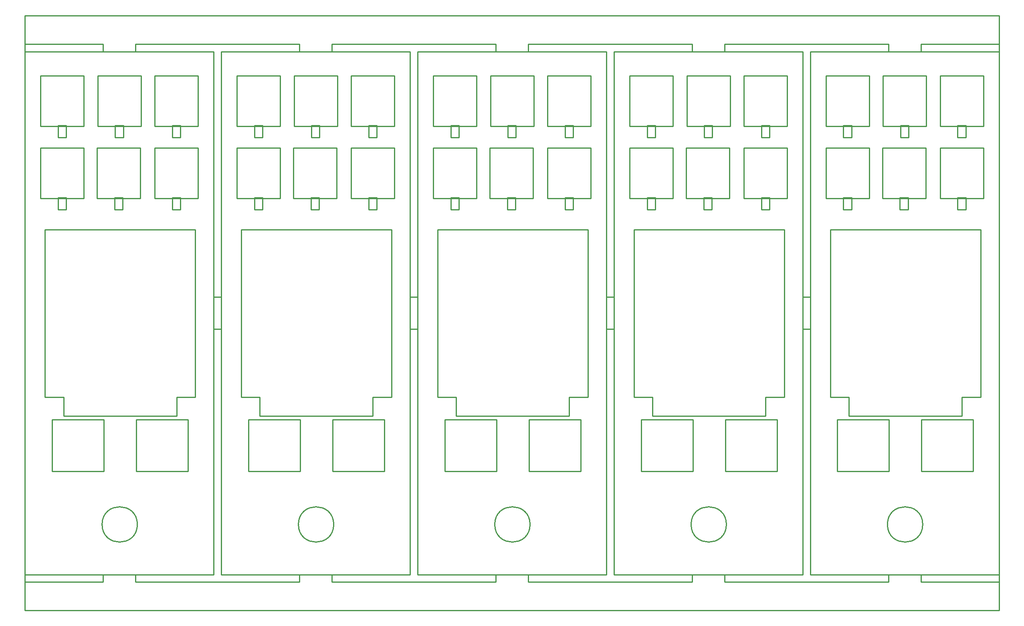
<source format=gko>
G04 Layer: BoardOutlineLayer*
G04 EasyEDA v6.5.29, 2023-07-19 20:11:26*
G04 d82c07e130dc4937808a739b57af0cf3,5a6b42c53f6a479593ecc07194224c93,10*
G04 Gerber Generator version 0.2*
G04 Scale: 100 percent, Rotated: No, Reflected: No *
G04 Dimensions in millimeters *
G04 leading zeros omitted , absolute positions ,4 integer and 5 decimal *
%FSLAX45Y45*%
%MOMM*%

%ADD10C,0.2540*%
D10*
X38100Y11938000D02*
G01*
X4025900Y11938000D01*
X4025900Y889000D01*
X38100Y889000D01*
X38100Y11938000D01*
G75*
G01*
X1666494Y1946885D02*
G02*
X2411893Y1946885I372699J0D01*
G75*
G01*
X2411893Y1946885D02*
G02*
X1666494Y1946885I-372700J0D01*
X1666493Y1946884D02*
G01*
X1666493Y1946884D01*
X736600Y10375900D02*
G01*
X736600Y10121900D01*
X736600Y10121900D02*
G01*
X908050Y10121900D01*
X908050Y10121900D02*
G01*
X908050Y10375900D01*
X908050Y10375900D02*
G01*
X736600Y10375900D01*
X368300Y11423650D02*
G01*
X368300Y10363200D01*
X368300Y10363200D02*
G01*
X1282700Y10363200D01*
X1282700Y10363200D02*
G01*
X1282700Y11423650D01*
X1282700Y11423650D02*
G01*
X368300Y11423650D01*
X1574800Y11423650D02*
G01*
X1574800Y10363200D01*
X1574800Y10363200D02*
G01*
X2489200Y10363200D01*
X2489200Y10363200D02*
G01*
X2489200Y11423650D01*
X2489200Y11423650D02*
G01*
X1574800Y11423650D01*
X1943100Y10375900D02*
G01*
X1943100Y10121900D01*
X1943100Y10121900D02*
G01*
X2114550Y10121900D01*
X2114550Y10121900D02*
G01*
X2114550Y10375900D01*
X2114550Y10375900D02*
G01*
X1943100Y10375900D01*
X2781300Y11423650D02*
G01*
X2781300Y10363200D01*
X2781300Y10363200D02*
G01*
X3695700Y10363200D01*
X3695700Y10363200D02*
G01*
X3695700Y11423650D01*
X3695700Y11423650D02*
G01*
X2781300Y11423650D01*
X3149600Y10375900D02*
G01*
X3149600Y10121900D01*
X3149600Y10121900D02*
G01*
X3321050Y10121900D01*
X3321050Y10121900D02*
G01*
X3321050Y10375900D01*
X3321050Y10375900D02*
G01*
X3149600Y10375900D01*
X368300Y9899650D02*
G01*
X368300Y8839200D01*
X368300Y8839200D02*
G01*
X1282700Y8839200D01*
X1282700Y8839200D02*
G01*
X1282700Y9899650D01*
X1282700Y9899650D02*
G01*
X368300Y9899650D01*
X736600Y8851900D02*
G01*
X736600Y8597900D01*
X736600Y8597900D02*
G01*
X908050Y8597900D01*
X908050Y8597900D02*
G01*
X908050Y8851900D01*
X908050Y8851900D02*
G01*
X736600Y8851900D01*
X1562100Y9899650D02*
G01*
X1562100Y8839200D01*
X1562100Y8839200D02*
G01*
X2476500Y8839200D01*
X2476500Y8839200D02*
G01*
X2476500Y9899650D01*
X2476500Y9899650D02*
G01*
X1562100Y9899650D01*
X1930400Y8851900D02*
G01*
X1930400Y8597900D01*
X1930400Y8597900D02*
G01*
X2101850Y8597900D01*
X2101850Y8597900D02*
G01*
X2101850Y8851900D01*
X2101850Y8851900D02*
G01*
X1930400Y8851900D01*
X3149600Y8851900D02*
G01*
X3149600Y8597900D01*
X3149600Y8597900D02*
G01*
X3321050Y8597900D01*
X3321050Y8597900D02*
G01*
X3321050Y8851900D01*
X3321050Y8851900D02*
G01*
X3149600Y8851900D01*
X2781300Y9899650D02*
G01*
X2781300Y8839200D01*
X2781300Y8839200D02*
G01*
X3695700Y8839200D01*
X3695700Y8839200D02*
G01*
X3695700Y9899650D01*
X3695700Y9899650D02*
G01*
X2781300Y9899650D01*
X459308Y8175015D02*
G01*
X459308Y4631715D01*
X459308Y4631715D02*
G01*
X853008Y4631715D01*
X853008Y4631715D02*
G01*
X853008Y4238015D01*
X853008Y4238015D02*
G01*
X3240608Y4238015D01*
X3240608Y4238015D02*
G01*
X3240608Y4631715D01*
X3240608Y4631715D02*
G01*
X3634308Y4631715D01*
X3634308Y4631715D02*
G01*
X3634308Y8175015D01*
X3634308Y8175015D02*
G01*
X459308Y8175015D01*
X609600Y4165600D02*
G01*
X609600Y3073400D01*
X609600Y3073400D02*
G01*
X1701800Y3073400D01*
X1701800Y3073400D02*
G01*
X1701800Y4165600D01*
X1701800Y4165600D02*
G01*
X609600Y4165600D01*
X2387600Y4165600D02*
G01*
X2387600Y3073400D01*
X2387600Y3073400D02*
G01*
X3479800Y3073400D01*
X3479800Y3073400D02*
G01*
X3479800Y4165600D01*
X3479800Y4165600D02*
G01*
X2387600Y4165600D01*
X4185899Y11938000D02*
G01*
X8173699Y11938000D01*
X8173699Y889000D01*
X4185899Y889000D01*
X4185899Y11938000D01*
G75*
G01*
X5814294Y1946885D02*
G02*
X6559692Y1946885I372699J0D01*
G75*
G01*
X6559692Y1946885D02*
G02*
X5814294Y1946885I-372699J0D01*
X5814293Y1946884D02*
G01*
X5814293Y1946884D01*
X4884399Y10375900D02*
G01*
X4884399Y10121900D01*
X4884399Y10121900D02*
G01*
X5055849Y10121900D01*
X5055849Y10121900D02*
G01*
X5055849Y10375900D01*
X5055849Y10375900D02*
G01*
X4884399Y10375900D01*
X4516099Y11423650D02*
G01*
X4516099Y10363200D01*
X4516099Y10363200D02*
G01*
X5430499Y10363200D01*
X5430499Y10363200D02*
G01*
X5430499Y11423650D01*
X5430499Y11423650D02*
G01*
X4516099Y11423650D01*
X5722599Y11423650D02*
G01*
X5722599Y10363200D01*
X5722599Y10363200D02*
G01*
X6636999Y10363200D01*
X6636999Y10363200D02*
G01*
X6636999Y11423650D01*
X6636999Y11423650D02*
G01*
X5722599Y11423650D01*
X6090899Y10375900D02*
G01*
X6090899Y10121900D01*
X6090899Y10121900D02*
G01*
X6262349Y10121900D01*
X6262349Y10121900D02*
G01*
X6262349Y10375900D01*
X6262349Y10375900D02*
G01*
X6090899Y10375900D01*
X6929099Y11423650D02*
G01*
X6929099Y10363200D01*
X6929099Y10363200D02*
G01*
X7843499Y10363200D01*
X7843499Y10363200D02*
G01*
X7843499Y11423650D01*
X7843499Y11423650D02*
G01*
X6929099Y11423650D01*
X7297399Y10375900D02*
G01*
X7297399Y10121900D01*
X7297399Y10121900D02*
G01*
X7468849Y10121900D01*
X7468849Y10121900D02*
G01*
X7468849Y10375900D01*
X7468849Y10375900D02*
G01*
X7297399Y10375900D01*
X4516099Y9899650D02*
G01*
X4516099Y8839200D01*
X4516099Y8839200D02*
G01*
X5430499Y8839200D01*
X5430499Y8839200D02*
G01*
X5430499Y9899650D01*
X5430499Y9899650D02*
G01*
X4516099Y9899650D01*
X4884399Y8851900D02*
G01*
X4884399Y8597900D01*
X4884399Y8597900D02*
G01*
X5055849Y8597900D01*
X5055849Y8597900D02*
G01*
X5055849Y8851900D01*
X5055849Y8851900D02*
G01*
X4884399Y8851900D01*
X5709899Y9899650D02*
G01*
X5709899Y8839200D01*
X5709899Y8839200D02*
G01*
X6624299Y8839200D01*
X6624299Y8839200D02*
G01*
X6624299Y9899650D01*
X6624299Y9899650D02*
G01*
X5709899Y9899650D01*
X6078199Y8851900D02*
G01*
X6078199Y8597900D01*
X6078199Y8597900D02*
G01*
X6249649Y8597900D01*
X6249649Y8597900D02*
G01*
X6249649Y8851900D01*
X6249649Y8851900D02*
G01*
X6078199Y8851900D01*
X7297399Y8851900D02*
G01*
X7297399Y8597900D01*
X7297399Y8597900D02*
G01*
X7468849Y8597900D01*
X7468849Y8597900D02*
G01*
X7468849Y8851900D01*
X7468849Y8851900D02*
G01*
X7297399Y8851900D01*
X6929099Y9899650D02*
G01*
X6929099Y8839200D01*
X6929099Y8839200D02*
G01*
X7843499Y8839200D01*
X7843499Y8839200D02*
G01*
X7843499Y9899650D01*
X7843499Y9899650D02*
G01*
X6929099Y9899650D01*
X4607107Y8175015D02*
G01*
X4607107Y4631715D01*
X4607107Y4631715D02*
G01*
X5000807Y4631715D01*
X5000807Y4631715D02*
G01*
X5000807Y4238015D01*
X5000807Y4238015D02*
G01*
X7388407Y4238015D01*
X7388407Y4238015D02*
G01*
X7388407Y4631715D01*
X7388407Y4631715D02*
G01*
X7782107Y4631715D01*
X7782107Y4631715D02*
G01*
X7782107Y8175015D01*
X7782107Y8175015D02*
G01*
X4607107Y8175015D01*
X4757399Y4165600D02*
G01*
X4757399Y3073400D01*
X4757399Y3073400D02*
G01*
X5849599Y3073400D01*
X5849599Y3073400D02*
G01*
X5849599Y4165600D01*
X5849599Y4165600D02*
G01*
X4757399Y4165600D01*
X6535399Y4165600D02*
G01*
X6535399Y3073400D01*
X6535399Y3073400D02*
G01*
X7627599Y3073400D01*
X7627599Y3073400D02*
G01*
X7627599Y4165600D01*
X7627599Y4165600D02*
G01*
X6535399Y4165600D01*
X8333699Y11938000D02*
G01*
X12321499Y11938000D01*
X12321499Y889000D01*
X8333699Y889000D01*
X8333699Y11938000D01*
G75*
G01*
X9962093Y1946885D02*
G02*
X10707492Y1946885I372700J0D01*
G75*
G01*
X10707492Y1946885D02*
G02*
X9962093Y1946885I-372699J0D01*
X9962093Y1946884D02*
G01*
X9962093Y1946884D01*
X9032199Y10375900D02*
G01*
X9032199Y10121900D01*
X9032199Y10121900D02*
G01*
X9203649Y10121900D01*
X9203649Y10121900D02*
G01*
X9203649Y10375900D01*
X9203649Y10375900D02*
G01*
X9032199Y10375900D01*
X8663899Y11423650D02*
G01*
X8663899Y10363200D01*
X8663899Y10363200D02*
G01*
X9578299Y10363200D01*
X9578299Y10363200D02*
G01*
X9578299Y11423650D01*
X9578299Y11423650D02*
G01*
X8663899Y11423650D01*
X9870399Y11423650D02*
G01*
X9870399Y10363200D01*
X9870399Y10363200D02*
G01*
X10784799Y10363200D01*
X10784799Y10363200D02*
G01*
X10784799Y11423650D01*
X10784799Y11423650D02*
G01*
X9870399Y11423650D01*
X10238699Y10375900D02*
G01*
X10238699Y10121900D01*
X10238699Y10121900D02*
G01*
X10410149Y10121900D01*
X10410149Y10121900D02*
G01*
X10410149Y10375900D01*
X10410149Y10375900D02*
G01*
X10238699Y10375900D01*
X11076899Y11423650D02*
G01*
X11076899Y10363200D01*
X11076899Y10363200D02*
G01*
X11991299Y10363200D01*
X11991299Y10363200D02*
G01*
X11991299Y11423650D01*
X11991299Y11423650D02*
G01*
X11076899Y11423650D01*
X11445199Y10375900D02*
G01*
X11445199Y10121900D01*
X11445199Y10121900D02*
G01*
X11616649Y10121900D01*
X11616649Y10121900D02*
G01*
X11616649Y10375900D01*
X11616649Y10375900D02*
G01*
X11445199Y10375900D01*
X8663899Y9899650D02*
G01*
X8663899Y8839200D01*
X8663899Y8839200D02*
G01*
X9578299Y8839200D01*
X9578299Y8839200D02*
G01*
X9578299Y9899650D01*
X9578299Y9899650D02*
G01*
X8663899Y9899650D01*
X9032199Y8851900D02*
G01*
X9032199Y8597900D01*
X9032199Y8597900D02*
G01*
X9203649Y8597900D01*
X9203649Y8597900D02*
G01*
X9203649Y8851900D01*
X9203649Y8851900D02*
G01*
X9032199Y8851900D01*
X9857699Y9899650D02*
G01*
X9857699Y8839200D01*
X9857699Y8839200D02*
G01*
X10772099Y8839200D01*
X10772099Y8839200D02*
G01*
X10772099Y9899650D01*
X10772099Y9899650D02*
G01*
X9857699Y9899650D01*
X10225999Y8851900D02*
G01*
X10225999Y8597900D01*
X10225999Y8597900D02*
G01*
X10397449Y8597900D01*
X10397449Y8597900D02*
G01*
X10397449Y8851900D01*
X10397449Y8851900D02*
G01*
X10225999Y8851900D01*
X11445199Y8851900D02*
G01*
X11445199Y8597900D01*
X11445199Y8597900D02*
G01*
X11616649Y8597900D01*
X11616649Y8597900D02*
G01*
X11616649Y8851900D01*
X11616649Y8851900D02*
G01*
X11445199Y8851900D01*
X11076899Y9899650D02*
G01*
X11076899Y8839200D01*
X11076899Y8839200D02*
G01*
X11991299Y8839200D01*
X11991299Y8839200D02*
G01*
X11991299Y9899650D01*
X11991299Y9899650D02*
G01*
X11076899Y9899650D01*
X8754907Y8175015D02*
G01*
X8754907Y4631715D01*
X8754907Y4631715D02*
G01*
X9148607Y4631715D01*
X9148607Y4631715D02*
G01*
X9148607Y4238015D01*
X9148607Y4238015D02*
G01*
X11536207Y4238015D01*
X11536207Y4238015D02*
G01*
X11536207Y4631715D01*
X11536207Y4631715D02*
G01*
X11929907Y4631715D01*
X11929907Y4631715D02*
G01*
X11929907Y8175015D01*
X11929907Y8175015D02*
G01*
X8754907Y8175015D01*
X8905199Y4165600D02*
G01*
X8905199Y3073400D01*
X8905199Y3073400D02*
G01*
X9997399Y3073400D01*
X9997399Y3073400D02*
G01*
X9997399Y4165600D01*
X9997399Y4165600D02*
G01*
X8905199Y4165600D01*
X10683199Y4165600D02*
G01*
X10683199Y3073400D01*
X10683199Y3073400D02*
G01*
X11775399Y3073400D01*
X11775399Y3073400D02*
G01*
X11775399Y4165600D01*
X11775399Y4165600D02*
G01*
X10683199Y4165600D01*
X12481499Y11938000D02*
G01*
X16469299Y11938000D01*
X16469299Y889000D01*
X12481499Y889000D01*
X12481499Y11938000D01*
G75*
G01*
X14109893Y1946885D02*
G02*
X14855292Y1946885I372699J0D01*
G75*
G01*
X14855292Y1946885D02*
G02*
X14109893Y1946885I-372700J0D01*
X14109893Y1946884D02*
G01*
X14109893Y1946884D01*
X13179999Y10375900D02*
G01*
X13179999Y10121900D01*
X13179999Y10121900D02*
G01*
X13351449Y10121900D01*
X13351449Y10121900D02*
G01*
X13351449Y10375900D01*
X13351449Y10375900D02*
G01*
X13179999Y10375900D01*
X12811699Y11423650D02*
G01*
X12811699Y10363200D01*
X12811699Y10363200D02*
G01*
X13726099Y10363200D01*
X13726099Y10363200D02*
G01*
X13726099Y11423650D01*
X13726099Y11423650D02*
G01*
X12811699Y11423650D01*
X14018199Y11423650D02*
G01*
X14018199Y10363200D01*
X14018199Y10363200D02*
G01*
X14932599Y10363200D01*
X14932599Y10363200D02*
G01*
X14932599Y11423650D01*
X14932599Y11423650D02*
G01*
X14018199Y11423650D01*
X14386499Y10375900D02*
G01*
X14386499Y10121900D01*
X14386499Y10121900D02*
G01*
X14557949Y10121900D01*
X14557949Y10121900D02*
G01*
X14557949Y10375900D01*
X14557949Y10375900D02*
G01*
X14386499Y10375900D01*
X15224699Y11423650D02*
G01*
X15224699Y10363200D01*
X15224699Y10363200D02*
G01*
X16139099Y10363200D01*
X16139099Y10363200D02*
G01*
X16139099Y11423650D01*
X16139099Y11423650D02*
G01*
X15224699Y11423650D01*
X15592999Y10375900D02*
G01*
X15592999Y10121900D01*
X15592999Y10121900D02*
G01*
X15764449Y10121900D01*
X15764449Y10121900D02*
G01*
X15764449Y10375900D01*
X15764449Y10375900D02*
G01*
X15592999Y10375900D01*
X12811699Y9899650D02*
G01*
X12811699Y8839200D01*
X12811699Y8839200D02*
G01*
X13726099Y8839200D01*
X13726099Y8839200D02*
G01*
X13726099Y9899650D01*
X13726099Y9899650D02*
G01*
X12811699Y9899650D01*
X13179999Y8851900D02*
G01*
X13179999Y8597900D01*
X13179999Y8597900D02*
G01*
X13351449Y8597900D01*
X13351449Y8597900D02*
G01*
X13351449Y8851900D01*
X13351449Y8851900D02*
G01*
X13179999Y8851900D01*
X14005499Y9899650D02*
G01*
X14005499Y8839200D01*
X14005499Y8839200D02*
G01*
X14919899Y8839200D01*
X14919899Y8839200D02*
G01*
X14919899Y9899650D01*
X14919899Y9899650D02*
G01*
X14005499Y9899650D01*
X14373799Y8851900D02*
G01*
X14373799Y8597900D01*
X14373799Y8597900D02*
G01*
X14545249Y8597900D01*
X14545249Y8597900D02*
G01*
X14545249Y8851900D01*
X14545249Y8851900D02*
G01*
X14373799Y8851900D01*
X15592999Y8851900D02*
G01*
X15592999Y8597900D01*
X15592999Y8597900D02*
G01*
X15764449Y8597900D01*
X15764449Y8597900D02*
G01*
X15764449Y8851900D01*
X15764449Y8851900D02*
G01*
X15592999Y8851900D01*
X15224699Y9899650D02*
G01*
X15224699Y8839200D01*
X15224699Y8839200D02*
G01*
X16139099Y8839200D01*
X16139099Y8839200D02*
G01*
X16139099Y9899650D01*
X16139099Y9899650D02*
G01*
X15224699Y9899650D01*
X12902707Y8175015D02*
G01*
X12902707Y4631715D01*
X12902707Y4631715D02*
G01*
X13296407Y4631715D01*
X13296407Y4631715D02*
G01*
X13296407Y4238015D01*
X13296407Y4238015D02*
G01*
X15684007Y4238015D01*
X15684007Y4238015D02*
G01*
X15684007Y4631715D01*
X15684007Y4631715D02*
G01*
X16077707Y4631715D01*
X16077707Y4631715D02*
G01*
X16077707Y8175015D01*
X16077707Y8175015D02*
G01*
X12902707Y8175015D01*
X13052999Y4165600D02*
G01*
X13052999Y3073400D01*
X13052999Y3073400D02*
G01*
X14145199Y3073400D01*
X14145199Y3073400D02*
G01*
X14145199Y4165600D01*
X14145199Y4165600D02*
G01*
X13052999Y4165600D01*
X14830999Y4165600D02*
G01*
X14830999Y3073400D01*
X14830999Y3073400D02*
G01*
X15923199Y3073400D01*
X15923199Y3073400D02*
G01*
X15923199Y4165600D01*
X15923199Y4165600D02*
G01*
X14830999Y4165600D01*
X16629298Y11938000D02*
G01*
X20617098Y11938000D01*
X20617098Y889000D01*
X16629298Y889000D01*
X16629298Y11938000D01*
G75*
G01*
X18257693Y1946885D02*
G02*
X19003091Y1946885I372699J0D01*
G75*
G01*
X19003091Y1946885D02*
G02*
X18257693Y1946885I-372699J0D01*
X18257692Y1946884D02*
G01*
X18257692Y1946884D01*
X17327798Y10375900D02*
G01*
X17327798Y10121900D01*
X17327798Y10121900D02*
G01*
X17499248Y10121900D01*
X17499248Y10121900D02*
G01*
X17499248Y10375900D01*
X17499248Y10375900D02*
G01*
X17327798Y10375900D01*
X16959498Y11423650D02*
G01*
X16959498Y10363200D01*
X16959498Y10363200D02*
G01*
X17873898Y10363200D01*
X17873898Y10363200D02*
G01*
X17873898Y11423650D01*
X17873898Y11423650D02*
G01*
X16959498Y11423650D01*
X18165998Y11423650D02*
G01*
X18165998Y10363200D01*
X18165998Y10363200D02*
G01*
X19080398Y10363200D01*
X19080398Y10363200D02*
G01*
X19080398Y11423650D01*
X19080398Y11423650D02*
G01*
X18165998Y11423650D01*
X18534298Y10375900D02*
G01*
X18534298Y10121900D01*
X18534298Y10121900D02*
G01*
X18705748Y10121900D01*
X18705748Y10121900D02*
G01*
X18705748Y10375900D01*
X18705748Y10375900D02*
G01*
X18534298Y10375900D01*
X19372498Y11423650D02*
G01*
X19372498Y10363200D01*
X19372498Y10363200D02*
G01*
X20286898Y10363200D01*
X20286898Y10363200D02*
G01*
X20286898Y11423650D01*
X20286898Y11423650D02*
G01*
X19372498Y11423650D01*
X19740798Y10375900D02*
G01*
X19740798Y10121900D01*
X19740798Y10121900D02*
G01*
X19912248Y10121900D01*
X19912248Y10121900D02*
G01*
X19912248Y10375900D01*
X19912248Y10375900D02*
G01*
X19740798Y10375900D01*
X16959498Y9899650D02*
G01*
X16959498Y8839200D01*
X16959498Y8839200D02*
G01*
X17873898Y8839200D01*
X17873898Y8839200D02*
G01*
X17873898Y9899650D01*
X17873898Y9899650D02*
G01*
X16959498Y9899650D01*
X17327798Y8851900D02*
G01*
X17327798Y8597900D01*
X17327798Y8597900D02*
G01*
X17499248Y8597900D01*
X17499248Y8597900D02*
G01*
X17499248Y8851900D01*
X17499248Y8851900D02*
G01*
X17327798Y8851900D01*
X18153298Y9899650D02*
G01*
X18153298Y8839200D01*
X18153298Y8839200D02*
G01*
X19067698Y8839200D01*
X19067698Y8839200D02*
G01*
X19067698Y9899650D01*
X19067698Y9899650D02*
G01*
X18153298Y9899650D01*
X18521598Y8851900D02*
G01*
X18521598Y8597900D01*
X18521598Y8597900D02*
G01*
X18693048Y8597900D01*
X18693048Y8597900D02*
G01*
X18693048Y8851900D01*
X18693048Y8851900D02*
G01*
X18521598Y8851900D01*
X19740798Y8851900D02*
G01*
X19740798Y8597900D01*
X19740798Y8597900D02*
G01*
X19912248Y8597900D01*
X19912248Y8597900D02*
G01*
X19912248Y8851900D01*
X19912248Y8851900D02*
G01*
X19740798Y8851900D01*
X19372498Y9899650D02*
G01*
X19372498Y8839200D01*
X19372498Y8839200D02*
G01*
X20286898Y8839200D01*
X20286898Y8839200D02*
G01*
X20286898Y9899650D01*
X20286898Y9899650D02*
G01*
X19372498Y9899650D01*
X17050506Y8175015D02*
G01*
X17050506Y4631715D01*
X17050506Y4631715D02*
G01*
X17444206Y4631715D01*
X17444206Y4631715D02*
G01*
X17444206Y4238015D01*
X17444206Y4238015D02*
G01*
X19831806Y4238015D01*
X19831806Y4238015D02*
G01*
X19831806Y4631715D01*
X19831806Y4631715D02*
G01*
X20225506Y4631715D01*
X20225506Y4631715D02*
G01*
X20225506Y8175015D01*
X20225506Y8175015D02*
G01*
X17050506Y8175015D01*
X17200798Y4165600D02*
G01*
X17200798Y3073400D01*
X17200798Y3073400D02*
G01*
X18292998Y3073400D01*
X18292998Y3073400D02*
G01*
X18292998Y4165600D01*
X18292998Y4165600D02*
G01*
X17200798Y4165600D01*
X18978798Y4165600D02*
G01*
X18978798Y3073400D01*
X18978798Y3073400D02*
G01*
X20070998Y3073400D01*
X20070998Y3073400D02*
G01*
X20070998Y4165600D01*
X20070998Y4165600D02*
G01*
X18978798Y4165600D01*
X38100Y12697998D02*
G01*
X20617098Y12697998D01*
X20617098Y129001D01*
X38100Y129001D01*
X38100Y12697998D01*
X1689996Y12097999D02*
G01*
X38100Y12097999D01*
X1689996Y729000D02*
G01*
X38100Y729000D01*
X5837796Y12097999D02*
G01*
X2374005Y12097999D01*
X5837796Y729000D02*
G01*
X2374005Y729000D01*
X9985595Y12097999D02*
G01*
X6521805Y12097999D01*
X9985595Y729000D02*
G01*
X6521805Y729000D01*
X14133395Y12097999D02*
G01*
X10669605Y12097999D01*
X14133395Y729000D02*
G01*
X10669605Y729000D01*
X18281195Y12097999D02*
G01*
X14817404Y12097999D01*
X18281195Y729000D02*
G01*
X14817404Y729000D01*
X20617098Y12097999D02*
G01*
X18965204Y12097999D01*
X20617098Y729000D02*
G01*
X18965204Y729000D01*
X4176732Y6755503D02*
G01*
X4035066Y6755503D01*
X4176732Y6071494D02*
G01*
X4035066Y6071494D01*
X8324532Y6755503D02*
G01*
X8182866Y6755503D01*
X8324532Y6071494D02*
G01*
X8182866Y6071494D01*
X12472332Y6755503D02*
G01*
X12330666Y6755503D01*
X12472332Y6071494D02*
G01*
X12330666Y6071494D01*
X16620131Y6755503D02*
G01*
X16478465Y6755503D01*
X16620131Y6071494D02*
G01*
X16478465Y6071494D01*
X1689996Y11947166D02*
G01*
X1689996Y12097999D01*
X1689996Y729000D02*
G01*
X1689996Y879833D01*
X2374005Y11947166D02*
G01*
X2374005Y12097999D01*
X2374005Y729000D02*
G01*
X2374005Y879833D01*
X5837796Y11947166D02*
G01*
X5837796Y12097999D01*
X5837796Y729000D02*
G01*
X5837796Y879833D01*
X6521805Y11947166D02*
G01*
X6521805Y12097999D01*
X6521805Y729000D02*
G01*
X6521805Y879833D01*
X9985595Y11947166D02*
G01*
X9985595Y12097999D01*
X9985595Y729000D02*
G01*
X9985595Y879833D01*
X10669605Y11947166D02*
G01*
X10669605Y12097999D01*
X10669605Y729000D02*
G01*
X10669605Y879833D01*
X14133395Y11947166D02*
G01*
X14133395Y12097999D01*
X14133395Y729000D02*
G01*
X14133395Y879833D01*
X14817404Y11947166D02*
G01*
X14817404Y12097999D01*
X14817404Y729000D02*
G01*
X14817404Y879833D01*
X18281195Y11947166D02*
G01*
X18281195Y12097999D01*
X18281195Y729000D02*
G01*
X18281195Y879833D01*
X18965204Y11947166D02*
G01*
X18965204Y12097999D01*
X18965204Y729000D02*
G01*
X18965204Y879833D01*

%LPD*%
M02*

</source>
